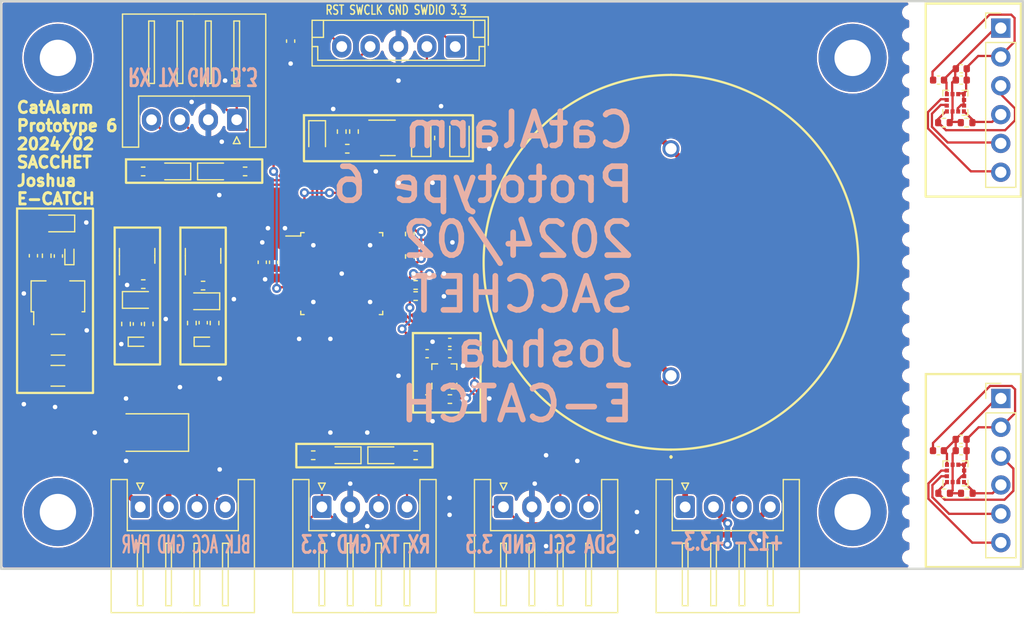
<source format=kicad_pcb>
(kicad_pcb (version 20221018) (generator pcbnew)
  (title_block (comment 4 "AISLER Project ID: RSKURHFA"))
  (layers (0 "F.Cu" signal) (31 "B.Cu" signal) (34 "B.Paste" user) (35 "F.Paste" user) (36 "B.SilkS" user "B.Silkscreen") (37 "F.SilkS" user "F.Silkscreen") (38 "B.Mask" user) (39 "F.Mask" user) (44 "Edge.Cuts" user))
  (net 0 "")
  (net 1 "GND")
  (net 2 "+3.3V")
  (net 3 "/SDA")
  (net 4 "/SCL")
  (net 5 "Net-(D1-K)")
  (net 6 "Net-(D4-K)")
  (net 7 "Net-(U1-VIN)")
  (net 8 "/SWDIO")
  (net 9 "/SWCLK")
  (net 10 "/RESET")
  (net 11 "Net-(D_out2-A)")
  (net 12 "/out")
  (net 16 "/USART2_TX")
  (net 17 "/USART2_RX")
  (net 29 "/USART1_TX")
  (net 30 "/USART1_RX")
  (net 31 "/SCL2")
  (net 32 "/SDA2")
  (net 33 "/INT2")
  (net 34 "/INT1")
  (net 35 "/+12V")
  (net 36 "Net-(Q6-G)")
  (net 37 "Net-(D5-K)")
  (net 38 "/3.3ext")
  (net 39 "/GNDext")
  (net 40 "Net-(Q1-G)")
  (net 41 "Net-(Q4-G)")
  (net 42 "Net-(U1-VOUT)")
  (net 43 "/BAT")
  (net 44 "/acc_in")
  (net 45 "/BLK_in")
  (net 46 "/BLK")
  (net 47 "/acc")
  (net 51 "/SCLext")
  (net 52 "/SDAext")
  (net 53 "/INT2ext")
  (net 54 "/INT1ext")
  (net 55 "/GNDext2")
  (net 56 "/3.3ext2")
  (net 57 "/SCLext2")
  (net 58 "/SDAext2")
  (net 59 "/INT1ext2")
  (net 60 "/INT2ext2")
  (net 62 "Net-(LED1-A)")
  (net 63 "Net-(LED2-A)")
  (net 64 "Net-(LED3-A)")
  (net 65 "Net-(LED4-A)")
  (net 66 "Net-(LED5-A)")
  (net 67 "Net-(LED6-A)")
  (net 68 "Net-(LED7-A)")
  (net 69 "Net-(LED8-A)")
  (footprint "Diode_SMD:D_SOD-323" (layer "F.Cu") (at 62 43.9125 90)
    (fp_text reference "D_out2" hide)
    (fp_text value "D_Schottky" hide)
  )
  (footprint "Capacitor_SMD:C_0402_1005Metric" (layer "F.Cu") (at 109.570485 38.793914 180)
    (fp_text reference "C14" hide)
    (fp_text value "100nF" hide)
  )
  (footprint "PCM_SL_Mechanical:MountingHole_3.2mm_With_Spacer_H10mm" (layer "F.Cu") (at 30 76.84)
    (fp_text reference "H4" hide)
    (fp_text value "M3_Hole_With_Spacer_H10mm" hide)
  )
  (footprint "Resistor_SMD:R_0402_1005Metric" (layer "F.Cu") (at 36.00071 60.275194 90)
    (fp_text reference "R9" hide)
    (fp_text value "10" hide)
  )
  (footprint "LED_SMD:LED_0603_1608Metric" (layer "F.Cu") (at 40.2125 46.84 180)
    (fp_text reference "LED8" hide)
    (fp_text value "LED" hide)
  )
  (footprint "Resistor_SMD:R_0402_1005Metric" (layer "F.Cu") (at 43.798834 60.193379 90)
    (fp_text reference "R5" hide)
    (fp_text value "10k" hide)
  )
  (footprint "Capacitor_SMD:C_0402_1005Metric" (layer "F.Cu") (at 50.5 35.36 90)
    (fp_text reference "C2" hide)
    (fp_text value "100nF" hide)
  )
  (footprint "Connector_JST:JST_XH_S4B-XH-A_1x04_P2.50mm_Horizontal" (layer "F.Cu") (at 37.25 76.39)
    (fp_text reference "CON1" hide)
    (fp_text value "JST_04" hide)
  )
  (footprint "Capacitor_SMD:C_0402_1005Metric" (layer "F.Cu") (at 30.042778 54.289851 -90)
    (fp_text reference "C4" hide)
    (fp_text value "10uF" hide)
  )
  (footprint "Package_LGA:LGA-12_2x2mm_P0.5mm" (layer "F.Cu") (at 109.059394 73.437786 90)
    (fp_text reference "U4" hide)
    (fp_text value "LIS2DW12TR" hide)
  )
  (footprint "LED_SMD:LED_0603_1608Metric" (layer "F.Cu") (at 42.7675 58.275194 180)
    (fp_text reference "LED2" hide)
    (fp_text value "LED" hide)
  )
  (footprint "Capacitor_SMD:C_0402_1005Metric" (layer "F.Cu") (at 64.52 62.8925 180)
    (fp_text reference "C10" hide)
    (fp_text value "100nF" hide)
  )
  (footprint "Capacitor_SMD:C_0402_1005Metric" (layer "F.Cu") (at 37.00071 60.275194 -90)
    (fp_text reference "C5" hide)
    (fp_text value "1nF" hide)
  )
  (footprint "Connector_JST:JST_XH_S4B-XH-A_1x04_P2.50mm_Horizontal" (layer "F.Cu") (at 69.25 76.39)
    (fp_text reference "CON4" hide)
    (fp_text value "JST_04" hide)
  )
  (footprint "Diode_SMD:D_SMA" (layer "F.Cu") (at 38 69.84 180)
    (fp_text reference "D1" hide)
    (fp_text value "SS14" hide)
  )
  (footprint "Capacitor_SMD:C_0402_1005Metric" (layer "F.Cu") (at 49 54.84 -90)
    (fp_text reference "C6" hide)
    (fp_text value "100nF" hide)
  )
  (footprint "Capacitor_SMD:C_0402_1005Metric" (layer "F.Cu") (at 27.843543 54.26596 -90)
    (fp_text reference "C1" hide)
    (fp_text value "100nF" hide)
  )
  (footprint "LED_SMD:LED_0603_1608Metric" (layer "F.Cu") (at 52.83464 43.856641 -90)
    (fp_text reference "LED3" hide)
    (fp_text value "LED" hide)
  )
  (footprint "Resistor_SMD:R_0402_1005Metric" (layer "F.Cu") (at 55.488975 44.841163 180)
    (fp_text reference "R23" hide)
    (fp_text value "10k" hide)
  )
  (footprint "Capacitor_SMD:C_0402_1005Metric" (layer "F.Cu") (at 109.559394 71.437786 180)
    (fp_text reference "C12" hide)
    (fp_text value "100nF" hide)
  )
  (footprint "Capacitor_SMD:C_0402_1005Metric" (layer "F.Cu") (at 48 54.84 -90)
    (fp_text reference "C3" hide)
    (fp_text value "4.7uF" hide)
  )
  (footprint "LED_SMD:LED_0603_1608Metric" (layer "F.Cu") (at 58.7875 71.84)
    (fp_text reference "LED7" hide)
    (fp_text value "LED" hide)
  )
  (footprint "Connector_JST:JST_EH_B5B-EH-A_1x05_P2.50mm_Vertical" (layer "F.Cu") (at 65 35.84 180)
    (fp_text reference "CON2" hide)
    (fp_text value "JST_05" hide)
  )
  (footprint "PCM_SL_Mechanical:MountingHole_3.2mm_With_Spacer_H10mm" (layer "F.Cu") (at 100 36.84)
    (fp_text reference "H1" hide)
    (fp_text value "M3_Hole_With_Spacer_H10mm" hide)
  )
  (footprint "Resistor_SMD:R_0402_1005Metric" (layer "F.Cu") (at 108.059394 75.187786 180)
    (fp_text reference "R19" hide)
    (fp_text value "4.7k" hide)
  )
  (footprint "Connector_PinHeader_2.54mm:PinHeader_1x06_P2.54mm_Vertical" (layer "F.Cu") (at 113.059394 66.837786)
    (fp_text reference "J1" hide)
    (fp_text value "PINHD_1x6_Male" hide)
  )
  (footprint "Resistor_SMD:R_0402_1005Metric" (layer "F.Cu") (at 108.040485 42.543914 180)
    (fp_text reference "R21" hide)
    (fp_text value "4.7k" hide)
  )
  (footprint "Resistor_SMD:R_0402_1005Metric" (layer "F.Cu") (at 41.798834 60.193379 90)
    (fp_text reference "R6" hide)
    (fp_text value "10" hide)
  )
  (footprint "Connector_PinHeader_2.54mm:PinHeader_1x06_P2.54mm_Vertical" (layer "F.Cu") (at 113.050485 34.213914)
    (fp_text reference "J2" hide)
    (fp_text value "PINHD_1x6_Male" hide)
  )
  (footprint "Package_LGA:LGA-12_2x2mm_P0.5mm" (layer "F.Cu") (at 64.04 64.8925 90)
    (fp_text reference "U3" hide)
    (fp_text value "LIS2DW12TR" hide)
  )
  (footprint "Inductor_SMD:L_0402_1005Metric" (layer "F.Cu") (at 32.014635 54.26596 90)
    (fp_text reference "FB1" hide)
    (fp_text value "FerriteBead_Small" hide)
  )
  (footprint "Package_TO_SOT_SMD:SOT-89-3" (layer "F.Cu") (at 30 57.84 90)
    (fp_text reference "U1" hide)
    (fp_text value "HT7533-3 -1-SOT89 " hide)
  )
  (footprint "Resistor_SMD:R_0402_1005Metric" (layer "F.Cu") (at 55 43.329999 90)
    (fp_text reference "R16" hide)
    (fp_text value "10k" hide)
  )
  (footprint "Resistor_SMD:R_0402_1005Metric" (layer "F.Cu") (at 61 54.33 90)
    (fp_text reference "R10" hide)
    (fp_text value "4.7k" hide)
  )
  (footprint "Capacitor_SMD:C_0402_1005Metric" (layer "F.Cu") (at 42.798834 60.163379 -90)
    (fp_text reference "C7" hide)
    (fp_text value "1nF" hide)
  )
  (footprint "Diode_SMD:D_SOD-323" (layer "F.Cu") (at 65.369761 43.9125 90)
    (fp_text reference "D_out3" hide)
    (fp_text value "D_Schottky" hide)
  )
  (footprint "LED_SMD:LED_0603_1608Metric" (layer "F.Cu") (at 37.170288 58.158846)
    (fp_text reference "LED1" hide)
    (fp_text value "LED" hide)
  )
  (footprint "PCM_SL_Mechanical:MountingHole_3.2mm_With_Spacer_H10mm" (layer "F.Cu") (at 100 76.84)
    (fp_text reference "H3" hide)
    (fp_text value "M3_Hole_With_Spacer_H10mm" hide)
  )
  (footprint "Inductor_SMD:L_0402_1005Metric" (layer "F.Cu") (at 42.818158 63.262408 180)
    (fp_text reference "FB3" hide)
    (fp_text value "FerriteBead_Small" hide)
  )
  (footprint "Capacitor_SMD:C_0402_1005Metric" (layer "F.Cu") (at 107.570485 38.793914)
    (fp_text reference "C15" hide)
    (fp_text value "100nF" hide)
  )
  (footprint "Package_TO_SOT_SMD:SOT-23" (layer "F.Cu") (at 42.7875 54.275194 90)
    (fp_text reference "Q1" hide)
    (fp_text value "IRLML6244" hide)
  )
  (footprint "Fuse:Fuse_1206_3216Metric" (layer "F.Cu") (at 30.016861 62.109348 180)
    (fp_text reference "F1" hide)
    (fp_text value " JK-nSMD030/16V" hide)
  )
  (footprint "Resistor_SMD:R_0402_1005Metric" (layer "F.Cu") (at 52.49 71.84)
    (fp_text reference "R17" hide)
    (fp_text value "4.7k" hide)
  )
  (footprint "Connector_JST:JST_XH_S4B-XH-A_1x04_P2.50mm_Horizontal" (layer "F.Cu") (at 53.25 76.39)
    (fp_text reference "CON5" hide)
    (fp_text value "JST_04" hide)
  )
  (footprint "Inductor_SMD:L_0402_1005Metric" (layer "F.Cu") (at 36.978269 63.262408 180)
    (fp_text reference "FB2" hide)
    (fp_text value "FerriteBead_Small" hide)
  )
  (footprint "Capacitor_SMD:C_0402_1005Metric" (layer "F.Cu") (at 109.570485 37.793914 180)
    (fp_text reference "C16" hide)
    (fp_text value "10uF" hide)
  )
  (footprint "Package_TO_SOT_SMD:SOT-23" (layer "F.Cu") (at 36.98 54.275194 90)
    (fp_text reference "Q4" hide)
    (fp_text value "IRLML6244" hide)
  )
  (footprint "Capacitor_SMD:C_0402_1005Metric" (layer "F.Cu") (at 107.559394 71.437786)
    (fp_text reference "C11" hide)
    (fp_text value "100nF" hide)
  )
  (footprint "Resistor_SMD:R_0402_1005Metric" (layer "F.Cu") (at 46.49 46.84 180)
    (fp_text reference "R14" hide)
    (fp_text value "4.7k" hide)
  )
  (footprint "Capacitor_SMD:C_0402_1005Metric" (layer "F.Cu") (at 62.52 62.8925)
    (fp_text reference "C8" hide)
    (fp_text value "100nF" hide)
  )
  (footprint "Resistor_SMD:R_0402_1005Metric" (layer "F.Cu") (at 110.059394 75.187786 180)
    (fp_text reference "R20" hide)
    (fp_text value "4.7k" hide)
  )
  (footprint "Resistor_SMD:R_0402_1005Metric" (layer "F.Cu") (at 61.51 57.82 180)
    (fp_text reference "R12" hide)
    (fp_text value "4.7k" hide)
  )
  (footprint "Diode_SMD:D_SOD-923" (layer "F.Cu") (at 37.0525 61.84)
    (fp_text reference "D4" hide)
    (fp_text value "onsemi ESD9B3.3ST5G " hide)
  )
  (footprint "LED_SMD:LED_0603_1608Metric" (layer "F.Cu") (at 43.7875 46.84)
    (fp_text reference "LED6" hide)
    (fp_text value "LED" hide)
  )
  (footprint "Connector_JST:JST_XH_S4B-XH-A_1x04_P2.50mm_Horizontal" (layer "F.Cu") (at 45.75 42.29 180)
    (fp_text reference "CON6" hide)
    (fp_text value "JST_04" hide)
  )
  (footprint "Package_QFP:LQFP-32_7x7mm_P0.8mm" (layer "F.Cu") (at 55 55.84)
    (fp_text reference "U2" hide)
    (fp_text value "STM32G030K8Tx" hide)
  )
  (footprint "Resistor_SMD:R_0402_1005Metric" (layer "F.Cu") (at 62.55 66.8925 180)
    (fp_text reference "R4" hide)
    (fp_text value "4.7k" hide)
  )
  (footprint "Resistor_SMD:R_0402_1005Metric" (layer "F.Cu") (at 42.7875 56.894911)
    (fp_text reference "R2" hide)
    (fp_text value "10k" hide)
  )
  (footprint "Resistor_SMD:R_0402_1005Metric" (layer "F.Cu") (at 37.520881 56.766489)
    (fp_text reference "R3" hide)
    (fp_text value "10k" hide)
  )
  (footprint "Fuse:Fuse_1206_3216Metric" (layer "F.Cu") (at 30 64.84 180)
    (fp_text reference "F2" hide)
    (fp_text value " JK-nSMD030/16V" hide)
  )
  (footprint "Resistor_SMD:R_0402_1005Metric" (layer "F.Cu") (at 61.51 71.84 180)
    (fp_text reference "R18" hide)
    (fp_text value "4.7k" hide)
  )
  (footprint "Resistor_SMD:R_0402_1005Metric" (layer "F.Cu") (at 29.014635 54.26596 -90)
    (fp_text reference "R1" hide)
    (fp_text value "10k" hide)
  )
  (footprint "Resistor_SMD:R_0402_1005Metric" (layer "F.Cu") (at 61.51 56.84)
    (fp_text reference "R13" hide)
    (fp_text value "4.7k" hide)
  )
  (footprint "Resistor_SMD:R_0402_1005Metric" (layer "F.Cu") (at 61 52.35 90)
    (fp_text reference "R11" hide)
    (fp_text value "4.7k" hide)
  )
  (footprint "PCM_SL_Mechanical:MountingHole_3.2mm_With_Spacer_H10mm" (layer "F.Cu") (at 30 36.84)
    (fp_text reference "H2" hide)
    (fp_text value "M3_Hole_With_Spacer_H10mm" hide)
  )
  (footprint "Package_TO_SOT_SMD:SOT-23" (layer "F.Cu") (at 59.0625 43.88346)
    (fp_text reference "Q6" hide)
    (fp_text value "IRLML6244" hide)
  )
  (footprint "Resistor_SMD:R_0402_1005Metric" (layer "F.Cu") (at 56.079706 43.32711 90)
    (fp_text reference "R24" hide)
    (fp_text value "10" hide)
  )
  (footprint "Resistor_SMD:R_0402_1005Metric" (layer "F.Cu") (at 63.567562 43.89 90)
    (fp_text reference "R25" hide)
    (fp_text value "10k" hide)
  )
  (footprint "Diode_SMD:D_SOD-923" (layer "F.Cu") (at 31.014635 54.19346 90)
    (fp_text reference "D6" hide)
    (fp_text value "onsemi ESD9B3.3ST5G " hide)
  )
  (footprint "Resistor_SMD:R_0402_1005Metric" (layer "F.Cu") (at 37.51 46.84)
    (fp_text reference "R15" hide)
    (fp_text value "4.7k" hide)
  )
  (footprint "Connector_JST:JST_XH_S4B-XH-A_1x04_P2.50mm_Horizontal" (layer "F.Cu") (at 85.25 76.39)
    (fp_text reference "CON3" hide)
    (fp_text value "JST_04" hide)
  )
  (footprint "LED_SMD:LED_0603_1608Metric" (layer "F.Cu") (at 55.2125 71.84 180)
    (fp_text reference "LED5" hide)
    (fp_text value "LED" hide)
  )
  (footprint "LED_SMD:LED_0603_1608Metric" (layer "F.Cu") (at 29.993851 51.421513 180)
    (fp_text reference "LED4" hide)
    (fp_text value "LED" hide)
  )
  (footprint "Resistor_SMD:R_0402_1005Metric" (layer "F.Cu") (at 38.00071 60.275194 90)
    (fp_text reference "R8" hide)
    (fp_text value "10k" hide)
  )
  (footprint "Capacitor_SMD:C_0402_1005Metric" (layer "F.Cu") (at 109.559394 70.437786 180)
    (fp_text reference "C13" hide)
    (fp_text value "10uF" hide)
  )
  (footprint "Package_LGA:LGA-12_2x2mm_P0.5mm" (layer "F.Cu") (at 109.050485 40.793914 90)
    (fp_text reference "U5" hide)
    (fp_text value "LIS2DW12TR" hide)
  )
  (footprint "SamacSys_Parts:PS953Q" (layer "F.Cu") (at 84 64.84 90)
    (fp_text reference "LS1" hide)
    (fp_text value "PS-953Q" hide)
  )
  (footprint "Resistor_SMD:R_0402_1005Metric" (layer "F.Cu") (at 110.040485 42.543914 180)
    (fp_text reference "R22" hide)
    (fp_text value "4.7k" hide)
  )
  (footprint "Diode_SMD:D_SOD-923" (layer "F.Cu") (at 42.86 61.84)
    (fp_text reference "D5" hide)
    (fp_text value "onsemi ESD9B3.3ST5G " hide)
  )
  (footprint "Capacitor_SMD:C_0402_1005Metric" (layer "F.Cu") (at 64.52 61.8925 180)
    (fp_text reference "C9" hide)
    (fp_text value "10uF" hide)
  )
  (footprint "Resistor_SMD:R_0402_1005Metric" (layer "F.Cu") (at 64.53 66.8925 180)
    (fp_text reference "R7" hide)
    (fp_text value "4.7k" hide)
  )
  (gr_rect (start 35.00071 51.785194) (end 39.00071 63.84) (stroke (width 0.2)) (fill none) (layer "F.SilkS"))
  (gr_rect (start 40.7875 51.785194) (end 44.7875 63.84) (stroke (width 0.2)) (fill none) (layer "F.SilkS"))
  (gr_rect (start 61.270603 61.076826) (end 67.230603 68.076826) (stroke (width 0.2)) (fill none) (layer "F.SilkS"))
  (gr_rect (start 36 45.77595) (end 48 47.84) (stroke (width 0.2)) (fill none) (layer "F.SilkS"))
  (gr_rect (start 51 70.84) (end 63 72.90405) (stroke (width 0.2)) (fill none) (layer "F.SilkS"))
  (gr_rect (start 106.440485 32.056414) (end 114.820485 49.056414) (stroke (width 0.2)) (fill none) (layer "F.SilkS"))
  (gr_rect (start 51.672673 41.89) (end 66.557717 45.94017) (stroke (width 0.2)) (fill none) (layer "F.SilkS"))
  (gr_rect (start 106.449394 64.687786) (end 114.829394 81.687786) (stroke (width 0.2)) (fill none) (layer "F.SilkS"))
  (gr_rect (start 26.405422 50.107119) (end 33.091902 66.349896) (stroke (width 0.2)) (fill none) (layer "F.SilkS"))
  (gr_rect (start 25 31.84) (end 115 81.84) (stroke (width 0.2)) (fill none) (layer "Edge.Cuts"))
  (gr_text "BLK ACC GND PWR" (at 35.5 80.59) (layer "B.SilkS") (effects (font (size 1.5 0.8) (thickness 0.2) bold) (justify right bottom mirror)))
  (gr_text "CatAlarm\nPrototype 6\n2024/02\nSACCHET\nJoshua\nE-CATCH" (at 81 69.09) (layer "B.SilkS") (effects (font (size 3 3) (thickness 0.5) bold) (justify left bottom mirror)))
  (gr_text "RX TX GND 3.3" (at 51.25 80.59) (layer "B.SilkS") (effects (font (size 1.5 1) (thickness 0.25) bold) (justify right bottom mirror)))
  (gr_text "SDA SCL GND 3.3" (at 65.75 80.59) (layer "B.SilkS") (effects (font (size 1.5 1) (thickness 0.25) bold) (justify right bottom mirror)))
  (gr_text "RX TX GND 3.3" (at 47.75 37.59 180) (layer "B.SilkS") (effects (font (size 1.5 1) (thickness 0.25) bold) (justify right bottom mirror)))
  (gr_text "+12- +3.3-" (at 83.75 80.34) (layer "B.SilkS") (effects (font (size 1.5 1) (thickness 0.25) bold) (justify right bottom mirror)))
  (gr_text "RST SWCLK GND SWDIO 3.3" (at 53.5 33.09) (layer "F.SilkS") (effects (font (size 0.8 0.6) (thickness 0.125) bold) (justify left bottom)))
  (gr_text "CatAlarm\nPrototype 6\n2024/02\nSACCHET\nJoshua\nE-CATCH" (at 26.25 49.84) (layer "F.SilkS") (effects (font (size 1 1) (thickness 0.25) bold) (justify left bottom)))
  (segment (start 37.00071 59.795194) (end 37.97071 59.795194) (width 0.2) (layer "F.Cu") (net 1))
  (segment (start 64.79 63.1025) (end 65 62.8925) (width 0.2) (layer "F.Cu") (net 1))
  (segment (start 64.79 64.13) (end 64.79 63.1025) (width 0.2) (layer "F.Cu") (net 1))
  (segment (start 64.79 64.13) (end 64.79 64.63) (width 0.2) (layer "F.Cu") (net 1))
  (segment (start 37.97071 59.795194) (end 38.00071 59.765194) (width 0.2) (layer "F.Cu") (net 1))
  (segment (start 36.382788 58.158846) (end 36.382788 59.177272) (width 0.2) (layer "F.Cu") (net 1))
  (segment (start 36.382788 59.177272) (end 37.00071 59.795194) (width 0.2) (layer "F.Cu") (net 1))
  (segment (start 64.79 64.63) (end 64.8025 64.6425) (width 0.2) (layer "F.Cu") (net 1))
  (segment (start 64.79 64.13) (end 64.29 64.13) (width 0.2) (layer "F.Cu") (net 1))
  (segment (start 64.8025 64.6425) (end 64.8025 65.1425) (width 0.2) (layer "F.Cu") (net 1))
  (segment (start 64.29 65.368236) (end 64.515736 65.1425) (width 0.2) (layer "F.Cu") (net 1))
  (segment (start 64.29 65.655) (end 64.29 65.368236) (width 0.2) (layer "F.Cu") (net 1))
  (segment (start 31.002135 53.78596) (end 31.014635 53.77346) (width 0.2) (layer "F.Cu") (net 1))
  (segment (start 64.515736 65.1425) (end 64.8025 65.1425) (width 0.2) (layer "F.Cu") (net 1))
  (via (at 75.75 72.34) (size 0.8) (drill 0.4) (layers "F.Cu" "B.Cu") (net 1))
  (via (at 36 72.34) (size 0.8) (drill 0.4) (layers "F.Cu" "B.Cu") (net 1))
  (via (at 72 74.34) (size 0.8) (drill 0.4) (layers "F.Cu" "B.Cu") (net 1))
  (via (at 27 57.59) (size 0.8) (drill 0.4) (layers "F.Cu" "B.Cu") (net 1))
  (via (at 41.779626 40.7181) (size 0.8) (drill 0.4) (layers "F.Cu" "B.Cu") (net 1))
  (via (at 57.25 69.84) (size 0.8) (drill 0.4) (layers "F.Cu" "B.Cu") (net 1))
  (via (at 63.75 41.09) (size 0.8) (drill 0.4) (layers "F.Cu" "B.Cu") (net 1))
  (via (at 48.25 56.34) (size 0.8) (drill 0.4) (layers "F.Cu" "B.Cu") (net 1))
  (via (at 64.75 53.09) (size 0.8) (drill 0.4) (layers "F.Cu" "B.Cu") (net 1))
  (via (at 32.540082 60.84) (size 0.8) (drill 0.4) (layers "F.Cu" "B.Cu") (net 1))
  (via (at 52.5 53.34) (size 0.8) (drill 0.4) (layers "F.Cu" "B.Cu") (net 1))
  (via (at 65.679457 63.961899) (size 0.8) (drill 0.4) (layers "F.Cu" "B.Cu") (net 1))
  (via (at 45.5 58.09) (size 0.8) (drill 0.4) (layers "F.Cu" "B.Cu") (net 1))
  (via (at 91.75 79.34) (size 0.8) (drill 0.4) (layers "F.Cu" "B.Cu") (net 1))
  (via (at 48.5 51.84) (size 0.8) (drill 0.4) (layers "F.Cu" "B.Cu") (net 1))
  (via (at 54.25 41.34) (size 0.8) (drill 0.4) (layers "F.Cu" "B.Cu") (net 1))
  (via (at 55 55.84) (size 0.8) (drill 0.4) (layers "F.Cu" "B.Cu") (net 1))
  (via (at 32.5 51.34) (size 0.8) (drill 0.4) (layers "F.Cu" "B.Cu") (net 1))
  (via (at 73 79.84) (size 0.8) (drill 0.4) (layers "F.Cu" "B.Cu") (net 1))
  (via (at 29.75 67.59) (size 0.8) (drill 0.4) (layers "F.Cu" "B.Cu") (net 1))
  (via (at 73 71.84) (size 0.8) (drill 0.4) (layers "F.Cu" "B.Cu") (net 1))
  (via (at 57.25 78.09) (size 0.8) (drill 0.4) (layers "F.Cu" "B.Cu") (net 1))
  (via (at 44.25 73.09) (size 0.8) (drill 0.4) (layers "F.Cu" "B.Cu") (net 1))
  (via (at 81 76.84) (size 0.8) (drill 0.4) (layers "F.Cu" "B.Cu") (net 1))
  (via (at 68 66.84) (size 0.8) (drill 0.4) (layers "F.Cu" "B.Cu") (net 1))
  (via (at 57.5 58.34) (size 0.8) (drill 0.4) (layers "F.Cu" "B.Cu") (net 1))
  (via (at 44.724613 38.84) (size 0.8) (drill 0.4) (layers "F.Cu" "B.Cu") (net 1))
  (via (at 55.75 74.34) (size 0.8) (drill 0.4) (layers "F.Cu" "B.Cu") (net 1))
  (via (at 50.5 37.34) (size 0.8) (drill 0.4) (layers "F.Cu" "B.Cu") (net 1))
  (via (at 27 67.34) (size 0.8) (drill 0.4) (layers "F.Cu" "B.Cu") (net 1))
  (via (at 60 47.84) (size 0.8) (drill 0.4) (layers "F.Cu" "B.Cu") (net 1))
  (via (at 64 57.84) (size 0.8) (drill 0.4) (layers "F.Cu" "B.Cu") (net 1))
  (via (at 48 53.09) (size 0.8) (drill 0.4) (layers "F.Cu" "B.Cu") (net 1))
  (via (at 51.25 61.59) (size 0.8) (drill 0.4) (layers "F.Cu" "B.Cu") (net 1))
  (via (at 44.25 65.09) (size 0.8) (drill 0.4) (layers "F.Cu" "B.Cu") (net 1))
  (via (at 39.5 59.84) (size 0.8) (drill 0.4) (layers "F.Cu" "B.Cu") (net 1))
  (via (at 33.25 69.84) (size 0.8) (drill 0.4) (layers "F.Cu" "B.Cu") (net 1))
  (via (at 64.5 77.09) (size 0.8) (drill 0.4) (layers "F.Cu" "B.Cu") (net 1))
  (via (at 63 68.84) (size 0.8) (drill 0.4) (layers "F.Cu" "B.Cu") (net 1))
  (via (at 44.434121 44.224036) (size 0.8) (drill 0.4) (layers "F.Cu" "B.Cu") (net 1))
  (via (at 54 61.59) (size 0.8) (drill 0.4) (layers "F.Cu" "B.Cu") (net 1))
  (via (at 64 55.84) (size 0.8) (drill 0.4) (layers "F.Cu" "B.Cu") (net 1))
  (via (at 60 38.84) (size 0.8) (drill 0.4) (layers "F.Cu" "B.Cu") (net 1))
  (via (at 81 78.59) (size 0.8) (drill 0.4) (layers "F.Cu" "B.Cu") (net 1))
  (via (at 63 47.84) (size 0.8) (drill 0.4) (layers "F.Cu" "B.Cu") (net 1))
  (via (at 60 64.84) (size 0.8) (drill 0.4) (layers "F.Cu" "B.Cu") (net 1))
  (via (at 36 66.84) (size 0.8) (drill 0.4) (layers "F.Cu" "B.Cu") (net 1))
  (via (at 52.5 58.34) (size 0.8) (drill 0.4) (layers "F.Cu" "B.Cu") (net 1))
  (via (at 44.213748 48.921991) (size 0.8) (drill 0.4) (layers "F.Cu" "B.Cu") (net 1))
  (via (at 63 61.84) (size 0.8) (drill 0.4) (layers "F.Cu" "B.Cu") (net 1))
  (via (at 64.5 75.59) (size 0.8) (drill 0.4) (layers "F.Cu" "B.Cu") (net 1))
  (via (at 35.584236 62.047317) (size 0.8) (drill 0.4) (layers "F.Cu" "B.Cu") (net 1))
  (via (at 36.09509 56.84) (size 0.8) (drill 0.4) (layers "F.Cu" "B.Cu") (net 1))
  (via (at 54 69.84) (size 0.8) (drill 0.4) (layers "F.Cu" "B.Cu") (net 1))
  (via (at 50 51.84) (size 0.8) (drill 0.4) (layers "F.Cu" "B.Cu") (net 1))
  (via (at 58 46.84) (size 0.8) (drill 0.4) (layers "F.Cu" "B.Cu") (net 1))
  (via (at 54.25 78.84) (size 0.8) (drill 0.4) (layers "F.Cu" "B.Cu") (net 1))
  (via (at 40.75 65.84) (size 0.8) (drill 0.4) (layers "F.Cu" "B.Cu") (net 1))
  (via (at 57.5 53.34) (size 0.8) (drill 0.4) (layers "F.Cu" "B.Cu") (net 1))
  (via (at 68 44.84) (size 0.8) (drill 0.4) (layers "F.Cu" "B.Cu") (net 1))
  (segment (start 41 64.84) (end 41.85 65.69) (width 0.2) (layer "F.Cu") (net 2))
  (segment (start 62.497455 33.337455) (end 65 35.84) (width 0.2) (layer "F.Cu") (net 2))
  (segment (start 34 63.626091) (end 35.213909 64.84) (width 0.2) (layer "F.Cu") (net 2))
  (segment (start 65.998468 61.2825) (end 64.65 61.2825) (width 0.2) (layer "F.Cu") (net 2))
  (segment (start 47.541828 55.32) (end 48 55.32) (width 0.5) (layer "F.Cu") (net 2))
  (segment (start 40.998303 75.572881) (end 40.998303 77.022001) (width 0.2) (layer "F.Cu") (net 2))
  (segment (start 66.339554 64.967145) (end 66.339554 61.623586) (width 0.2) (layer "F.Cu") (net 2))
  (segment (start 55.7 78.84) (end 53.25 76.39) (width 0.2) (layer "F.Cu") (net 2))
  (segment (start 31.182135 54.61346) (end 32.014635 53.78096) (width 0.2) (layer "F.Cu") (net 2))
  (segment (start 61 46.84) (end 61 45.9625) (width 0.2) (layer "F.Cu") (net 2))
  (segment (start 34 53.329134) (end 34 63.626091) (width 0.2) (layer "F.Cu") (net 2))
  (segment (start 62.02 67.9325) (end 63.06 66.8925) (width 0.2) (layer "F.Cu") (net 2))
  (segment (start 66 67.84) (end 66.7 67.14) (width 0.2) (layer "F.Cu") (net 2))
  (segment (start 63.79 66.6625) (end 63.79 65.655) (width 0.2) (layer "F.Cu") (net 2))
  (segment (start 62 44.9625) (end 63.005062 44.9625) (width 0.2) (layer "F.Cu") (net 2))
  (segment (start 62.02 55.54955) (end 62.02 58.6525) (width 0.2) (layer "F.Cu") (net 2))
  (segment (start 37.974547 39.84) (end 43.3 39.84) (width 0.2) (layer "F.Cu") (net 2))
  (segment (start 62.02 58.6525) (end 64.65 61.2825) (width 0.2) (layer "F.Cu") (net 2))
  (segment (start 34.512809 53.329134) (end 36.97144 53.329134) (width 0.5) (layer "F.Cu") (net 2))
  (segment (start 61 51.84) (end 61 46.84) (width 0.2) (layer "F.Cu") (net 2))
  (segment (start 62.57 76.39) (end 62.57 73.468246) (width 0.2) (layer "F.Cu") (net 2))
  (segment (start 42.7875 53.337694) (end 45.559522 53.337694) (width 0.5) (layer "F.Cu") (net 2))
  (segment (start 66.7 66.52305) (end 66.0495 65.87255) (width 0.2) (layer "F.Cu") (net 2))
  (segment (start 64.02 66.8925) (end 63.79 66.6625) (width 0.2) (layer "F.Cu") (net 2))
  (segment (start 69.25 76.39) (end 62.57 76.39) (width 0.2) (layer "F.Cu") (net 2))
  (segment (start 49.12 55.44) (end 49 55.32) (width 0.5) (layer "F.Cu") (net 2))
  (segment (start 41.85 65.69) (end 41.85 74.721184) (width 0.2) (layer "F.Cu") (net 2))
  (segment (start 63 63.84) (end 63.29 64.13) (width 0.2) (layer "F.Cu") (net 2))
  (segment (start 36.97144 53.329134) (end 36.98 53.337694) (width 0.5) (layer "F.Cu") (net 2))
  (segment (start 61.641 52.1605) (end 61.3205 51.84) (width 0.2) (layer "F.Cu") (net 2))
  (segment (start 45.75 37.09) (end 49.502545 33.337455) (width 0.2) (layer "F.Cu") (net 2))
  (segment (start 70.7 77.84) (end 83.607232 77.84) (width 0.2) (layer "F.Cu") (net 2))
  (segment (start 37 53.317694) (end 36.98 53.337694) (width 0.2) (layer "F.Cu") (net 2))
  (segment (start 61.31045 54.84) (end 62.02 55.54955) (width 0.2) (layer "F.Cu") (net 2))
  (segment (start 36 41.814547) (end 37.974547 39.84) (width 0.2) (layer "F.Cu") (net 2))
  (segment (start 34.512809 53.329134) (end 32.466461 53.329134) (width 0.5) (layer "F.Cu") (net 2))
  (segment (start 62.02 71.84) (end 62.02 67.9325) (width 0.2) (layer "F.Cu") (net 2))
  (segment (start 45.559522 53.337694) (end 47.541828 55.32) (width 0.5) (layer "F.Cu") (net 2))
  (segment (start 45.75 42.29) (end 45.75 37.09) (width 0.2) (layer "F.Cu") (net 2))
  (segment (start 47 46.84) (end 47 43.54) (width 0.2) (layer "F.Cu") (net 2))
  (segment (start 31.014635 54.61346) (end 31.182135 54.61346) (width 0.2) (layer "F.Cu") (net 2))
  (segment (start 34.512809 53.329134) (end 34 53.329134) (width 0.2) (layer "F.Cu") (net 2))
  (segment (start 64 61.8925) (end 63 62.8925) (width 0.2) (layer "F.Cu") (net 2))
  (segment (start 64.04 61.8925) (end 64.04 62.8925) (width 0.2) (layer "F.Cu") (net 2))
  (segment (start 36.98 53.337694) (end 42.7875 53.337694) (width 0.5) (layer "F.Cu") (net 2))
  (segment (start 51.876744 77.763256) (end 53.25 76.39) (width 0.2) (layer "F.Cu") (net 2))
  (segment (start 83.607232 77.84) (end 85.456732 79.6895) (width 0.2) (layer "F.Cu") (net 2))
  (segment (start 62.57 73.468246) (end 62.02 72.918246) (width 0.2) (layer "F.Cu") (net 2))
  (segment (start 53.25 73.11) (end 51.98 71.84) (width 0.2) (layer "F.Cu") (net 2))
  (segment (start 89 77.84) (end 87.75 76.59) (width 0.5) (layer "F.Cu") (net 2))
  (segment (start 66.0495 65.257199) (end 66.339554 64.967145) (width 0.2) (layer "F.Cu") (net 2))
  (segment (start 29.014635 54.77596) (end 29.069635 54.83096) (width 0.2) (layer "F.Cu") (net 2))
  (segment (start 66.339554 61.623586) (end 65.998468 61.2825) (width 0.2) (layer "F.Cu") (net 2))
  (segment (start 41.739558 77.763256) (end 51.876744 77.763256) (width 0.2) (layer "F.Cu") (net 2))
  (segment (start 61 54.84) (end 61.31045 54.84) (width 0.2) (layer "F.Cu") (net 2))
  (segment (start 87.75 76.59) (end 87.75 76.39) (width 0.5) (layer "F.Cu") (net 2))
  (segment (start 63.79 63.1425) (end 63.79 64.13) (width 0.2) (layer "F.Cu") (net 2))
  (segment (start 61.3205 51.84) (end 61 51.84) (width 0.2) (layer "F.Cu") (net 2))
  (segment (start 64.04 62.8925) (end 63.79 63.1425) (width 0.2) (layer "F.Cu") (net 2))
  (segment (start 29.069635 54.83096) (end 30.797135 54.83096) (width 0.2) (layer "F.Cu") (net 2))
  (segment (start 62 52.1605) (end 61.641 52.1605) (width 0.2) (layer "F.Cu") (net 2))
  (segment (start 37 46.84) (end 36 45.84) (width 0.2) (layer "F.Cu") (net 2))
  (segment (start 41.85 74.721184) (end 40.998303 75.572881) (width 0.2) (layer "F.Cu") (net 2))
  (segment (start 62.57 77.295453) (end 61.025453 78.84) (width 0.2) (layer "F.Cu") (net 2))
  (segment (start 64.02 66.8925) (end 63.06 66.8925) (width 0.2) (layer "F.Cu") (net 2))
  (segment (start 66.0495 65.87255) (end 66.0495 65.257199) (width 0.2) (layer "F.Cu") (net 2))
  (segment (start 35.213909 64.84) (end 41 64.84) (width 0.2) (layer "F.Cu") (net 2))
  (segment (start 53.25 76.39) (end 53.25 73.11) (width 0.2) (layer "F.Cu") (net 2))
  (segment (start 49.502545 33.337455) (end 62.497455 33.337455) (width 0.2) (layer "F.Cu") (net 2))
  (segment (start 40.998303 77.022001) (end 41.739558 77.763256) (width 0.2) (layer "F.Cu") (net 2))
  (segment (start 64.02 66.8925) (end 64.9675 67.84) (width 0.2) (layer "F.Cu") (net 2))
  (segment (start 30.797135 54.83096) (end 31.014635 54.61346) (width 0.2) (layer "F.Cu") (net 2))
  (segment (start 66.7 67.14) (end 66.7 66.52305) (width 0.2) (layer "F.Cu") (net 2))
  (segment (start 64.9675 67.84) (end 66 67.84) (width 0.2) (layer "F.Cu") (net 2))
  (segment (start 62.57 76.39) (end 62.57 77.295453) (width 0.2) (layer "F.Cu") (net 2))
  (segment (start 69.25 76.39) (end 70.7 77.84) (width 0.2) (layer "F.Cu") (net 2))
  (segment (start 62.02 72.918246) (end 62.02 71.84) (width 0.2) (layer "F.Cu") (net 2))
  (segment (start 43.3 39.84) (end 45.75 42.29) (width 0.2) (layer "F.Cu") (net 2))
  (segment (start 49 55.32) (end 48 55.32) (width 0.5) (layer "F.Cu") (net 2))
  (segment (start 32.466461 53.329134) (end 32.014635 53.78096) (width 0.5) (layer "F.Cu") (net 2))
  (segment (start 36 45.84) (end 36 41.814547) (width 0.2) (layer "F.Cu") (net 2))
  (segment (start 61 45.9625) (end 62 44.9625) (width 0.2) (layer "F.Cu") (net 2))
  (segment (start 61.6795 54.84) (end 62 54.5195) (width 0.2) (layer "F.Cu") (net 2))
  (segment (start 61 54.84) (end 61.6795 54.84) (width 0.2) (layer "F.Cu") (net 2))
  (segment (start 47 43.54) (end 45.75 42.29) (width 0.2) (layer "F.Cu") (net 2))
  (segment (start 63.005062 44.9625) (end 63.567562 44.4) (width 0.2) (layer "F.Cu") (net 2))
  (segment (start 63 62.8925) (end 63 63.84) (width 0.2) (layer "F.Cu") (net 2))
  (segment (start 64.65 61.2825) (end 64.04 61.8925) (width 0.2) (layer "F.Cu") (net 2))
  (segment (start 85.456732 79.6895) (end 88.971565 79.6895) (width 0.2) (layer "F.Cu") (net 2))
  (segment (start 50.825 55.44) (end 49.12 55.44) (width 0.5) (layer "F.Cu") (net 2))
  (segment (start 37 46.84) (end 37 53.317694) (width 0.2) (layer "F.Cu") (net 2))
  (segment (start 61.025453 78.84) (end 55.7 78.84) (width 0.2) (layer "F.Cu") (net 2))
  (via (at 88.971565 79.6895) (size 0.8) (drill 0.4) (layers "F.Cu" "B.Cu") (net 2))
  (via (at 62 52.1605) (size 0.8) (drill 0.4) (layers "F.Cu" "B.Cu") (net 2))
  (via (at 62 54.5195) (size 0.8) (drill 0.4) (layers "F.Cu" "B.Cu") (net 2))
  (via (at 89 77.84) (size 0.8) (drill 0.4) (layers "F.Cu" "B.Cu") (net 2))
  (segment (start 89 77.84) (end 88.971565 77.868435) (width 0.5) (layer "B.Cu") (net 2))
  (segment (start 62 54.5195) (end 62 52.1605) (width 0.2) (layer "B.Cu") (net 2))
  (segment (start 88.971565 77.868435) (end 88.971565 79.6895) (width 0.5) (layer "B.Cu") (net 2))
  (segment (start 61 56.71396) (end 61 56.84) (width 0.2) (layer "F.Cu") (net 3))
  (segment (start 66.689554 59.529554) (end 66.689554 65.516492) (width 0.2) (layer "F.Cu") (net 3))
  (segment (start 61 56.1605) (end 61.3205 55.84) (width 0.2) (layer "F.Cu") (net 3))
  (segment (start 61 56.84) (end 61 56.1605) (width 0.2) (layer "F.Cu") (net 3))
  (segment (start 66.689554 65.516492) (end 66.6995 65.526438) (width 0.2) (layer "F.Cu") (net 3))
  (segment (start 65.04 66.8925) (end 65.04 65.905) (width 0.2) (layer "F.Cu") (net 3))
  (segment (start 59.175 55.44) (end 59.72604 55.44) (width 0.2) (layer "F.Cu") (net 3))
  (segment (start 63 55.84) (end 66.689554 59.529554) (width 0.2) (layer "F.Cu") (net 3))
  (segment (start 62.7195 55.84) (end 63 55.84) (width 0.2) (layer "F.Cu") (net 3))
  (segment (start 66 66.813) (end 65.1195 66.813) (width 0.2) (layer "F.Cu") (net 3))
  (segment (start 65.04 65.905) (end 64.79 65.655) (width 0.2) (layer "F.Cu") (net 3))
  (segment (start 65.1195 66.813) (end 65.04 66.8925) (width 0.2) (layer "F.Cu") (net 3))
  (segment (start 59.72604 55.44) (end 61 56.71396) (width 0.2) (layer "F.Cu") (net 3))
  (via (at 66.6995 65.526438) (size 0.8) (drill 0.4) (layers "F.Cu" "B.Cu") (net 3))
  (via (at 62.7195 55.84) (size 0.8) (drill 0.4) (layers "F.Cu" "B.Cu") (net 3))
  (via (at 61.3205 55.84) (size 0.8) (drill 0.4) (layers "F.Cu" "B.Cu") (net 3))
  (via (at 66 66.813) (size 0.8) (drill 0.4) (layers "F.Cu" "B.Cu") (net 3))
  (segment (start 66.6995 66.1135) (end 66 66.813) (width 0.2) (layer "B.Cu") (net 3))
  (segment (start 61.3205 55.84) (end 62.7195 55.84) (width 0.2) (layer "B.Cu") (net 3))
  (segment (start 66.6995 65.526438) (end 66.6995 66.1135) (width 0.2) (layer "B.Cu") (net 3))
  (segment (start 60.66 63.576127) (end 62.04 64.956127) (width 0.2) (layer "F.Cu") (net 4))
  (segment (start 62.04 66.8925) (end 62.0525 66.8925) (width 0.2) (layer "F.Cu") (net 4))
  (segment (start 60.66 61.05493) (end 60.66 63.576127) (width 0.2) (layer "F.Cu") (net 4))
  (segment (start 60.22 57.04) (end 61 57.82) (width 0.2) (layer "F.Cu") (net 4))
  (segment (start 62.04 64.956127) (end 62.04 66.8925) (width 0.2) (layer "F.Cu") (net 4))
  (segment (start 60.314368 60.709298) (end 60.66 61.05493) (width 0.2) (layer "F.Cu") (net 4))
  (segment (start 61 57.82) (end 61 58.84) (width 0.2) (layer "F.Cu") (net 4))
  (segment (start 59.175 57.04) (end 60.22 57.04) (width 0.2) (layer "F.Cu") (net 4))
  (segment (start 62.0525 66.8925) (end 63.29 65.655) (width 0.2) (layer "F.Cu") (net 4))
  (via (at 61 58.84) (size 0.8) (drill 0.4) (layers "F.Cu" "B.Cu") (net 4))
  (via (at 60.314368 60.709298) (size 0.8) (drill 0.4) (layers "F.Cu" "B.Cu") (net 4))
  (segment (start 60.314368 60.709298) (end 61 60.023666) (width 0.2) (layer "B.Cu") (net 4))
  (segment (start 61 60.023666) (end 61 58.84) (width 0.2) (layer "B.Cu") (net 4))
  (segment (start 39.75 76.39) (end 39.75 70.09) (width 0.5) (layer "F.Cu") (net 5))
  (segment (start 39.75 70.09) (end 40 69.84) (width 0.5) (layer "F.Cu") (net 5))
  (segment (start 36.495 61.9775) (end 36.6325 61.84) (width 0.2) (layer "F.Cu") (net 6))
  (segment (start 36.493269 63.262408) (end 36.493269 62.841731) (width 0.2) (layer "F.Cu") (net 6))
  (segment (start 36.03071 60.755194) (end 36.00071 60.785194) (width 0.2) (layer "F.Cu") (net 6))
  (segment (start 37.00071 60.755194) (end 37.97071 60.755194) (width 0.2) (layer "F.Cu") (net 6))
  (segment (start 36.6325 61.84) (end 36.6325 61.123404) (width 0.2) (layer "F.Cu") (net 6))
  (segment (start 37.00071 60.755194) (end 36.03071 60.755194) (width 0.2) (layer "F.Cu") (net 6))
  (segment (start 37.97071 60.755194) (end 38.00071 60.785194) (width 0.2) (layer "F.Cu") (net 6))
  (segment (start 36.6325 61.123404) (end 37.00071 60.755194) (width 0.2) (layer "F.Cu") (net 6))
  (segment (start 36.495 62.84) (end 36.495 61.9775) (width 0.2) (layer "F.Cu") (net 6))
  (segment (start 36.493269 62.841731) (end 36.495 62.84) (width 0.2) (layer "F.Cu") (net 6))
  (segment (start 30 57.84) (end 30 59.7025) (width 0.5) (layer "F.Cu") (net 7))
  (segment (start 28.616861 62.109348) (end 30 60.726209) (width 0.5) (layer "F.Cu") (net 7))
  (segment (start 27.843543 54.74596) (end 27.843543 55.683543) (width 0.5) (layer "F.Cu") (net 7))
  (segment (start 30 60.726209) (end 30 59.7025) (width 0.5) (layer "F.Cu") (net 7))
  (segment (start 27.843543 55.683543) (end 30 57.84) (width 0.5) (layer "F.Cu") (net 7))
  (segment (start 58.869196 44.126552) (end 58.869196 43.56316) (width 0.2) (layer "F.Cu") (net 8))
  (segment (start 59.175 53.04) (end 59.176833 53.038167) (width 0.2) (layer "F.Cu") (net 8))
  (segment (start 58.869196 43.56316) (end 62.5 39.932356) (width 0.2) (layer "F.Cu") (net 8))
  (segment (start 59.176833 44.434189) (end 58.869196 44.126552) (width 0.2) (layer "F.Cu") (net 8))
  (segment (start 62.5 39.932356) (end 62.5 35.84) (width 0.2) (layer "F.Cu") (net 8))
  (segment (start 59.176833 53.038167) (end 59.176833 44.434189) (width 0.2) (layer "F.Cu") (net 8))
  (segment (start 53.225 49.774314) (end 53.225 47.900267) (width 0.2) (layer "F.Cu") (net 9))
  (segment (start 57.30104 50.615) (end 54.065686 50.615) (width 0.2) (layer "F.Cu") (net 9))
  (segment (start 51 45.675267) (end 51 42.34) (width 0.2) (layer "F.Cu") (net 9))
  (segment (start 51 42.34) (end 57.5 35.84) (width 0.2) (layer "F.Cu") (net 9))
  (segment (start 57.8 51.665) (end 57.8 51.11396) (width 0.2) (layer "F.Cu") (net 9))
  (segment (start 57.8 51.11396) (end 57.30104 50.615) (width 0.2) (layer "F.Cu") (net 9))
  (segment (start 53.225 47.900267) (end 51 45.675267) (width 0.2) (layer "F.Cu") (net 9))
  (segment (start 54.065686 50.615) (end 53.225 49.774314) (width 0.2) (layer "F.Cu") (net 9))
  (segment (start 49.376046 57.04) (end 50.825 57.04) (width 0.2) (layer "F.Cu") (net 10))
  (segment (start 49 46.84) (end 49 36.38) (width 0.2) (layer "F.Cu") (net 10))
  (segment (start 50.5 34.88) (end 54.04 34.88) (width 0.2) (layer "F.Cu") (net 10))
  (segment (start 49 36.38) (end 50.5 34.88) (width 0.2) (layer "F.Cu") (net 10))
  (segment (start 49.275546 57.1405) (end 49.376046 57.04) (width 0.2) (layer "F.Cu") (net 10))
  (segment (start 54.04 34.88) (end 55 35.84) (width 0.2) (layer "F.Cu") (net 10))
  (via (at 49.275546 57.1405) (size 0.8) (drill 0.4) (layers "F.Cu" "B.Cu") (net 10))
  (via (at 49 46.84) (size 0.8) (drill 0.4) (layers "F.Cu" "B.Cu") (net 10))
  (segment (start 49.275546 47.115546) (end 49.275546 57.1405) (width 0.2) (layer "B.Cu") (net 10))
  (segment (start 49 46.84) (end 49.275546 47.115546) (width 0.2) (layer "B.Cu") (net 10))
  (segment (start 60.9725 43.89) (end 59.71775 43.89) (width 0.5) (layer "F.Cu") (net 11))
  (segment (start 84 44.84) (end 86 46.84) (width 0.5) (layer "F.Cu") (net 11))
  (segment (start 86 72.14) (end 86.35 72.49) (width 0.5) (layer "F.Cu") (net 11))
  (segment (start 62.5175 43.38) (end 62 42.8625) (width 0.5) (layer "F.Cu") (net 11))
  (segment (start 63.567562 43.38) (end 62.5175 43.38) (width 0.5) (layer "F.Cu") (net 11))
  (segment (start 60.9725 43.89) (end 62 42.8625) (width 0.5) (layer "F.Cu") (net 11))
  (segment (start 90.25 76.39) (end 86.35 72.49) (width 0.5) (layer "F.Cu") (net 11))
  (segment (start 81 42.8625) (end 82.0225 42.8625) (width 0.5) (layer "F.Cu") (net 11))
  (segment (start 86 46.84) (end 86 72.14) (width 0.5) (layer "F.Cu") (net 11))
  (segment (start 82.0225 42.8625) (end 84 44.84) (width 0.5) (layer "F.Cu") (net 11))
  (segment (start 65.369761 42.8625) (end 81 42.8625) (width 0.5) (layer "F.Cu") (net 11))
  (segment (start 63.567562 43.38) (end 64.852261 43.38) (width 0.5) (layer "F.Cu") (net 11))
  (segment (start 64.852261 43.38) (end 65.369761 42.8625) (width 0.5) (layer "F.Cu") (net 11))
  (segment (start 86 72.14) (end 85.25 72.89) (width 0.5) (layer "F.Cu") (net 11))
  (segment (start 85.25 72.89) (end 85.25 76.39) (width 0.5) (layer "F.Cu") (net 11))
  (segment (start 52.2 50.44637) (end 52.2 51.665) (width 0.2) (layer "F.Cu") (net 12))
  (segment (start 51.712546 48.717323) (end 51.712546 49.958916) (width 0.2) (layer "F.Cu") (net 12))
  (segment (start 55.998975 46.84) (end 55.998975 47.32817) (width 0.2) (layer "F.Cu") (net 12))
  (segment (start 55 43.839999) (end 56.076817 43.839999) (width 0.2) (layer "F.Cu") (net 12))
  (segment (start 55.998975 44.841163) (end 55.998975 43.917841) (width 0.2) (layer "F.Cu") (net 12))
  (segment (start 55.998975 43.917841) (end 56.079706 43.83711) (width 0.2) (layer "F.Cu") (net 12))
  (segment (start 51.712546 49.958916) (end 52.2 50.44637) (width 0.2) (layer "F.Cu") (net 12))
  (segment (start 54.600644 48.726501) (end 53.9245 48.726501) (width 0.2) (layer "F.Cu") (net 12))
  (segment (start 51.715369 48.7145) (end 51.712546 48.717323) (width 0.2) (layer "F.Cu") (net 12))
  (segment (start 55.998975 44.841163) (end 55.998975 46.84) (width 0.2) (layer "F.Cu") (net 12))
  (segment (start 55.998975 47.32817) (end 54.600644 48.726501) (width 0.2) (layer "F.Cu") (net 12))
  (via (at 53.9245 48.726501) (size 0.8) (drill 0.4) (layers "F.Cu" "B.Cu") (net 12))
  (via (at 51.715369 48.7145) (size 0.8) (drill 0.4) (layers "F.Cu" "B.Cu") (net 12))
  (segment (start 53.9245 48.726501) (end 51.72737 48.726501) (width 0.2) (layer "B.Cu") (net 12))
  (segment (start 51.72737 48.726501) (end 51.715369 48.7145) (width 0.2) (layer "B.Cu") (net 12))
  (segment (start 56 72.84) (end 58.25 75.09) (width 0.2) (layer "F.Cu") (net 16))
  (segment (start 56 71.84) (end 56 72.84) (width 0.2) (layer "F.Cu") (net 16))
  (segment (start 58.25 75.09) (end 58.25 76.39) (width 0.2) (layer "F.Cu") (net 16))
  (segment (start 52.2 60.015) (end 52.2 66.605686) (width 0.2) (layer "F.Cu") (net 16))
  (segment (start 56 70.405686) (end 56 71.84) (width 0.2) (layer "F.Cu") (net 16))
  (segment (start 52.2 66.605686) (end 56 70.405686) (width 0.2) (layer "F.Cu") (net 16))
  (segment (start 53 66.84) (end 53 60.015) (width 0.2) (layer "F.Cu") (net 17))
  (segment (start 60.75 75.124212) (end 60.75 76.39) (width 0.2) (layer "F.Cu") (net 17))
  (segment (start 58 71.84) (end 58 72.374212) (width 0.2) (layer "F.Cu") (net 17))
  (segment (start 58 72.374212) (end 60.75 75.124212) (width 0.2) (layer "F.Cu") (net 17))
  (segment (start 58 71.84) (end 53 66.84) (width 0.2) (layer "F.Cu") (net 17))
  (segment (start 52.374048 47.615) (end 43.775 47.615) (width 0.2) (layer "F.Cu") (net 29))
  (segment (start 52.825 48.065952) (end 52.374048 47.615) (width 0.2) (layer "F.Cu") (net 29))
  (segment (start 53.8 50.915) (end 52.825 49.939999) (width 0.2) (layer "F.Cu") (net 29))
  (segment (start 43 44.54) (end 40.75 42.29) (width 0.2) (layer "F.Cu") (net 29))
  (segment (start 43 46.84) (end 43 44.54) (width 0.2) (layer "F.Cu") (net 29))
  (segment (start 43.775 47.615) (end 43 46.84) (width 0.2) (layer "F.Cu") (net 29))
  (segment (start 52.825 49.939999) (end 52.825 48.065952) (width 0.2) (layer "F.Cu") (net 29))
  (segment (start 53.8 51.665) (end 53.8 50.915) (width 0.2) (layer "F.Cu") (net 29))
  (segment (start 42.175 48.015) (end 52.208362 48.015) (width 0.2) (layer "F.Cu") (net 30))
  (segment (start 52.208362 48.015) (end 52.425 48.231638) (width 0.2) (layer "F.Cu") (net 30))
  (segment (start 52.425 50.105685) (end 53 50.680685) (width 0.2) (layer "F.Cu") (net 30))
  (segment (start 41 46.84) (end 41 45.04) (width 0.2) (layer "F.Cu") (net 30))
  (segment (start 52.425 48.231638) (end 52.425 50.105685) (width 0.2) (layer "F.Cu") (net 30))
  (segment (start 41 46.84) (end 42.175 48.015) (width 0.2) (layer "F.Cu") (net 30))
  (segment (start 41 45.04) (end 38.25 42.29) (width 0.2) (layer "F.Cu") (net 30))
  (segment (start 53 50.680685) (end 53 51.665) (width 0.2) (layer "F.Cu") (net 30))
  (segment (start 59.175 54.64) (end 60.2 54.64) (width 0.2) (layer "F.Cu") (net 31))
  (segment (start 74.25 64.518118) (end 74.25 76.39) (width 0.2) (layer "F.Cu") (net 31))
  (segment (start 61 53.82) (end 63.551882 53.82) (width 0.2) (layer "F.Cu") (net 31))
  (segment (start 63.551882 53.82) (end 74.25 64.518118) (width 0.2) (layer "F.Cu") (net 31))
  (segment (start 60.2 54.64) (end 61 53.84) (width 0.2) (layer "F.Cu") (net 31))
  (segment (start 59.175 53.84) (end 60 53.84) (width 0.2) (layer "F.Cu") (net 32))
  (segment (start 60 53.84) (end 61 52.84) (width 0.2) (layer "F.Cu") (net 32))
  (segment (start 63.157568 52.86) (end 74.65 64.352432) (width 0.2) (layer "F.Cu") (net 32))
  (segment (start 74.65 64.352432) (end 74.65 72.49) (width 0.2) (layer "F.Cu") (net 32))
  (segment (start 76.75 74.59) (end 76.75 76.39) (width 0.2) (layer "F.Cu") (net 32))
  (segment (start 61 52.86) (end 63.157568 52.86) (width 0.2) (layer "F.Cu") (net 32))
  (segment (start 74.65 72.49) (end 76.75 74.59) (width 0.2) (layer "F.Cu") (net 32))
  (segment (start 60.225 58.065) (end 60 57.84) (width 0.2) (layer "F.Cu") (net 33))
  (segment (start 61.46 63.244756) (end 61.46 60.3) (width 0.2) (layer "F.Cu") (net 33))
  (segment (start 62.857744 64.6425) (end 61.46 63.244756) (width 0.2) (layer "F.Cu") (net 33))
  (segment (start 63.2775 64.6425) (end 62.857744 64.6425) (width 0.2) (layer "F.Cu") (net 33))
  (segment (start 60 57.84) (end 59.175 57.84) (width 0.2) (layer "F.Cu") (net 33))
  (segment (start 60.225 59.065) (end 60.225 58.065) (width 0.2) (layer "F.Cu") (net 33))
  (segment (start 61.46 60.3) (end 60.225 59.065) (width 0.2) (layer "F.Cu") (net 33))
  (segment (start 62.792059 65.1425) (end 61.06 63.410441) (width 0.2) (layer "F.Cu") (net 34))
  (segment (start 63.2775 65.1425) (end 62.792059 65.1425) (width 0.2) (layer "F.Cu") (net 34))
  (segment (start 61.06 63.410441) (end 61.06 60.465686) (width 0.2) (layer "F.Cu") (net 34))
  (segment (start 59.234314 58.64) (end 59.175 58.64) (width 0.2) (layer "F.Cu") (net 34))
  (segment (start 61.06 60.465686) (end 59.234314 58.64) (width 0.2) (layer "F.Cu") (net 34))
  (segment (start 89.023147 80.84) (end 36 80.84) (width 0.5) (layer "F.Cu") (net 35))
  (segment (start 83.473004 65.366996) (end 83.473004 76.927954) (width 0.5) (layer "F.Cu") (net 35))
  (segment (start 90.3 78.84) (end 90.3 79.563147) (width 0.5) (layer "F.Cu") (net 35))
  (segment (start 66 46.84) (end 84 64.84) (width 0.5) (layer "F.Cu") (net 35))
  (segment (start 65.369761 46.209761) (end 66 46.84) (width 0.5) (layer "F.Cu") (net 35))
  (segment (start 34 78.84) (end 34 75.84) (width 0.5) (layer "F.Cu") (net 35))
  (segment (start 83.473004 76.927954) (end 85.38505 78.84) (width 0.5) (layer "F.Cu") (net 35))
  (segment (start 34 75.84) (end 28.6 70.44) (width 0.5) (layer "F.Cu") (net 35))
  (segment (start 90.3 79.563147) (end 89.023147 80.84) (width 0.5) (layer "F.Cu") (net 35))
  (segment (start 65.369761 44.9625) (end 65.369761 46.209761) (width 0.5) (layer "F.Cu") (net 35))
  (segment (start 36 80.84) (end 34 78.84) (width 0.5) (layer "F.Cu") (net 35))
  (segment (start 85.38505 78.84) (end 90.3 78.84) (width 0.5) (layer "F.Cu") (net 35))
  (segment (start 84 64.84) (end 83.473004 65.366996) (width 0.5) (layer "F.Cu") (net 35))
  (segment (start 28.6 70.44) (end 28.6 64.84) (width 0.5) (layer "F.Cu") (net 35))
  (segment (start 90.3 78.84) (end 92.75 76.39) (width 0.5) (layer "F.Cu") (net 35))
  (segment (start 56.079706 42.81711) (end 58.00865 42.81711) (width 0.2) (layer "F.Cu") (net 36))
  (segment (start 57.779483 42.876733) (end 57.84275 42.94) (width 0.2) (layer "F.Cu") (net 36))
  (segment (start 58.00865 42.81711) (end 58.125 42.93346) (width 0.2) (layer "F.Cu") (net 36))
  (segment (start 42.333158 61.946842) (end 42.44 61.84) (width 0.2) (layer "F.Cu") (net 37))
  (segment (start 43.738834 60.643379) (end 43.798834 60.703379) (width 0.2) (layer "F.Cu") (net 37))
  (segment (start 42.44 61.002213) (end 42.798834 60.643379) (width 0.2) (layer "F.Cu") (net 37))
  (segment (start 42.798834 60.643379) (end 41.858834 60.643379) (width 0.2) (layer "F.Cu") (net 37))
  (segment (start 41.858834 60.643379) (end 41.798834 60.703379) (width 0.2) (layer "F.Cu") (net 37))
  (segment (start 42.44 61.84) (end 42.44 61.002213) (width 0.2) (layer "F.Cu") (net 37))
  (segment (start 42.333158 63.262408) (end 42.333158 61.946842) (width 0.2) (layer "F.Cu") (net 37))
  (segment (start 42.798834 60.643379) (end 43.738834 60.643379) (width 0.2) (layer "F.Cu") (net 37))
  (segment (start 108.809394 74.200286) (end 108.809394 72.675286) (width 0.2) (layer "F.Cu") (net 38))
  (segment (start 112.679394 66.837786) (end 113.059394 66.837786) (width 0.2) (layer "F.Cu") (net 38))
  (segment (start 109.549394 75.187786) (end 108.569394 75.187786) (width 0.2) (layer "F.Cu") (net 38))
  (segment (start 108.079394 71.437786) (end 109.079394 70.437786) (width 0.2) (layer "F.Cu") (net 38))
  (segment (start 108.809394 74.947786) (end 108.809394 74.200286) (width 0.2) (layer "F.Cu") (net 38))
  (segment (start 109.079394 70.437786) (end 109.079394 71.437786) (width 0.2) (layer "F.Cu") (net 38))
  (segment (start 108.809394 71.707786) (end 108.809394 72.675286) (width 0.2) (layer "F.Cu") (net 38))
  (segment (start 109.079394 70.437786) (end 112.679394 66.837786) (width 0.2) (layer "F.Cu") (net 38))
  (segment (start 108.309394 71.707786) (end 108.039394 71.437786) (width 0.2) (layer "F.Cu") (net 38))
  (segment (start 108.039394 71.437786) (end 108.079394 71.437786) (width 0.2) (layer "F.Cu") (net 38))
  (segment (start 108.309394 72.675286) (end 108.309394 71.707786) (width 0.2) (layer "F.Cu") (net 38))
  (segment (start 108.569394 75.187786) (end 108.809394 74.947786) (width 0.2) (layer "F.Cu") (net 38))
  (segment (start 109.079394 71.437786) (end 108.809394 71.707786) (width 0.2) (layer "F.Cu") (net 38))
  (segment (start 111.099394 69.377786) (end 110.039394 70.437786) (width 0.2) (layer "F.Cu") (net 39))
  (segment (start 109.821894 73.187786) (end 109.821894 73.687786) (width 0.2) (layer "F.Cu") (net 39))
  (segment (start 109.821894 73.687786) (end 109.60584 73.687786) (width 0.2) (layer "F.Cu") (net 39))
  (segment (start 109.809394 72.675286) (end 109.809394 73.175286) (width 0.2) (layer "F.Cu") (net 39))
  (segment (start 107.079394 70.764232) (end 112.10584 65.737786) (width 0.2) (layer "F.Cu") (net 39))
  (segment (start 109.809394 72.675286) (end 109.309394 72.675286) (width 0.2) (layer "F.Cu") (net 39))
  (segment (start 114.012948 65.737786) (end 114.309394 66.034232) (width 0.2) (layer "F.Cu") (net 39))
  (segment (start 114.309394 68.127786) (end 113.059394 69.377786) (width 0.2) (layer "F.Cu") (net 39))
  (segment (start 110.039394 71.437786) (end 110.039394 72.445286) (width 0.2) (layer "F.Cu") (net 39))
  (segment (start 109.60584 73.687786) (end 109.309394 73.984232) (width 0.2) (layer "F.Cu") (net 39))
  (segment (start 113.059394 69.377786) (end 111.099394 69.377786) (width 0.2) (layer "F.Cu") (net 39))
  (segment (start 109.309394 73.984232) (end 109.309394 74.200286) (width 0.2) (layer "F.Cu") (net 39))
  (segment (start 114.309394 66.034232) (end 114.309394 68.127786) (width 0.2) (layer "F.Cu") (net 39))
  (segment (start 112.10584 65.737786) (end 114.012948 65.737786) (width 0.2) (layer "F.Cu") (net 39))
  (segment (start 109.809394 73.175286) (end 109.821894 73.187786) (width 0.2) (layer "F.Cu") (net 39))
  (segment (start 110.039394 70.437786) (end 110.039394 71.437786) (width 0.2) (layer "F.Cu") (net 39))
  (segment (start 107.079394 71.437786) (end 107.079394 70.764232) (width 0.2) (layer "F.Cu") (net 39))
  (segment (start 110.039394 72.445286) (end 109.809394 72.675286) (width 0.2) (layer "F.Cu") (net 39))
  (segment (start 41 56.050194) (end 41.8375 55.212694) (width 0.2) (layer "F.Cu") (net 40))
  (segment (start 41 58.884545) (end 41 56.050194) (width 0.2) (layer "F.Cu") (net 40))
  (segment (start 41.798834 59.683379) (end 41 58.884545) (width 0.2) (layer "F.Cu") (net 40))
  (segment (start 36.00071 59.765194) (end 35.39559 59.160074) (width 0.2) (layer "F.Cu") (net 41))
  (segment (start 35.39559 59.160074) (end 35.39559 55.847104) (width 0.2) (layer "F.Cu") (net 41))
  (segment (start 35.39559 55.847104) (end 36.03 55.212694) (width 0.2) (layer "F.Cu") (net 41))
  (segment (start 32.014635 59.275365) (end 31.5 59.79) (width 0.5) (layer "F.Cu") (net 42))
  (segment (start 32.014635 54.75096) (end 32.014635 59.275365) (width 0.5) (layer "F.Cu") (net 42))
  (segment (start 31.4 64.84) (end 31.4 62.126209) (width 0.5) (layer "F.Cu") (net 43))
  (segment (start 31.4 64.84) (end 31.4 70.54) (width 0.5) (layer "F.Cu") (net 43))
  (segment (start 31.4 62.126209) (end 31.416861 62.109348) (width 0.5) (layer "F.Cu") (net 43))
  (segment (start 31.4 70.54) (end 37.25 76.39) (width 0.5) (layer "F.Cu") (net 43))
  (segment (start 42.25 76.39) (end 42.25 65.524314) (width 0.2) (layer "F.Cu") (net 44))
  (segment (start 37.463269 63.262408) (end 39.988094 63.262408) (width 0.2) (layer "F.Cu") (net 44))
  (segment (start 39.988094 63.262408) (end 40.782843 64.057157) (width 0.2) (layer "F.Cu") (net 44))
  (segment (start 42.25 65.524314) (end 40.782843 64.057157) (width 0.2) (layer "F.Cu") (net 44))
  (segment (start 44.75 76.39) (end 43.2725 74.9125) (width 0.2) (layer "F.Cu") (net 45))
  (segment (start 43.2725 63.293066) (end 43.303158 63.262408) (width 0.2) (layer "F.Cu") (net 45))
  (segment (start 43.2725 74.9125) (end 43.2725 63.293066) (width 0.2) (layer "F.Cu") (net 45))
  (segment (start 43.2975 55.652694) (end 43.7375 55.212694) (width 0.2) (layer "F.Cu") (net 46))
  (segment (start 43.2975 56.894911) (end 46.489225 56.894911) (width 0.2) (layer "F.Cu") (net 46))
  (segment (start 46.489225 56.894911) (end 48.234314 58.64) (width 0.2) (layer "F.Cu") (net 46))
  (segment (start 48.234314 58.64) (end 50.825 58.64) (width 0.2) (layer "F.Cu") (net 46))
  (segment (start 43.2975 56.894911) (end 43.2975 55.652694) (width 0.2) (layer "F.Cu") (net 46))
  (segment (start 43.329545 54.169545) (end 43.123896 54.375194) (width 0.2) (layer "F.Cu") (net 47))
  (segment (start 50.825 57.84) (end 48 57.84) (width 0.2) (layer "F.Cu") (net 47))
  (segment (start 44.329545 54.169545) (end 43.329545 54.169545) (width 0.2) (layer "F.Cu") (net 47))
  (segment (start 37.93 55.212694) (end 37.93 56.665608) (width 0.2) (layer "F.Cu") (net 47))
  (segment (start 42.451104 54.375194) (end 42.248006 54.172096) (width 0.2) (layer "F.Cu") (net 47))
  (segment (start 48 57.84) (end 44.329545 54.169545) (width 0.2) (layer "F.Cu") (net 47))
  (segment (start 38.970598 54.172096) (end 37.93 55.212694) (width 0.2) (layer "F.Cu") (net 47))
  (segment (start 43.123896 54.375194) (end 42.451104 54.375194) (width 0.2) (layer "F.Cu") (net 47))
  (segment (start 37.93 56.665608) (end 38.030881 56.766489) (width 0.2) (layer "F.Cu") (net 47))
  (segment (start 42.248006 54.172096) (end 38.970598 54.172096) (width 0.2) (layer "F.Cu") (net 47))
  (segment (start 107.549394 75.187786) (end 107.549394 74.960286) (width 0.2) (layer "F.Cu") (net 51))
  (segment (start 108.119394 75.757786) (end 113.373382 75.757786) (width 0.2) (layer "F.Cu") (net 51))
  (segment (start 114.159394 73.017786) (end 113.059394 71.917786) (width 0.2) (layer "F.Cu") (net 51))
  (segment (start 113.373382 75.757786) (end 114.159394 74.971774) (width 0.2) (layer "F.Cu") (net 51))
  (segment (start 107.549394 75.187786) (end 108.119394 75.757786) (width 0.2) (layer "F.Cu") (net 51))
  (segment (start 107.549394 74.960286) (end 108.309394 74.200286) (width 0.2) (layer "F.Cu") (net 51))
  (segment (start 114.159394 74.971774) (end 114.159394 73.017786) (width 0.2) (layer "F.Cu") (net 51))
  (segment (start 110.569394 75.187786) (end 112.329394 75.187786) (width 0.2) (layer "F.Cu") (net 52))
  (segment (start 110.569394 74.960286) (end 109.809394 74.200286) (width 0.2) (layer "F.Cu") (net 52))
  (segment (start 110.569394 75.187786) (end 110.569394 74.960286) (width 0.2) (layer "F.Cu") (net 52))
  (segment (start 112.329394 75.187786) (end 113.059394 74.457786) (width 0.2) (layer "F.Cu") (net 52))
  (segment (start 110.539948 79.537786) (end 113.059394 79.537786) (width 0.2) (layer "F.Cu") (net 53))
  (segment (start 108.296894 73.187786) (end 107.81442 73.187786) (width 0.2) (layer "F.Cu") (net 53))
  (segment (start 106.679394 74.322812) (end 106.679394 75.677233) (width 0.2) (layer "F.Cu") (net 53))
  (segment (start 106.679394 75.677233) (end 110.539948 79.537786) (width 0.2) (layer "F.Cu") (net 53))
  (segment (start 107.81442 73.187786) (end 106.679394 74.322812) (width 0.2) (layer "F.Cu") (net 53))
  (segment (start 107.809394 73.687786) (end 108.296894 73.687786) (width 0.2) (layer "F.Cu") (net 54))
  (segment (start 107.029394 75.532258) (end 107.029394 74.467786) (width 0.2) (layer "F.Cu") (net 54))
  (segment (start 108.494922 76.997786) (end 107.029394 75.532258) (width 0.2) (layer "F.Cu") (net 54))
  (segment (start 107.029394 74.467786) (end 107.809394 73.687786) (width 0.2) (layer "F.Cu") (net 54))
  (segment (start 113.059394 76.997786) (end 108.494922 76.997786) (width 0.2) (layer "F.Cu") (net 54))
  (segment (start 109.767262 39.968191) (end 109.767262 40.468191) (width 0.2) (layer "F.Cu") (net 55))
  (segment (start 109.767262 39.968191) (end 109.267262 39.968191) (width 0.2) (layer "F.Cu") (net 55))
  (segment (start 109.779762 40.980691) (end 109.563708 40.980691) (width 0.2) (layer "F.Cu") (net 55))
  (segment (start 109.767262 40.468191) (end 109.779762 40.480691) (width 0.2) (layer "F.Cu") (net 55))
  (segment (start 114.267262 33.327137) (end 114.267262 35.420691) (width 0.2) (layer "F.Cu") (net 55))
  (segment (start 109.563708 40.980691) (end 109.267262 41.277137) (width 0.2) (layer "F.Cu") (net 55))
  (segment (start 109.997262 37.730691) (end 109.997262 38.730691) (width 0.2) (layer "F.Cu") (net 55))
  (segment (start 109.997262 39.738191) (end 109.767262 39.968191) (width 0.2) (layer "F.Cu") (net 55))
  (segment (start 109.267262 41.277137) (end 109.267262 41.493191) (width 0.2) (layer "F.Cu") (net 55))
  (segment (start 113.017262 36.670691) (end 111.057262 36.670691) (width 0.2) (layer "F.Cu") (net 55))
  (segment (start 107.037262 38.057137) (end 112.063708 33.030691) (width 0.2) (layer "F.Cu") (net 55))
  (segment (start 109.779762 40.480691) (end 109.779762 40.980691) (width 0.2) (layer "F.Cu") (net 55))
  (segment (start 109.997262 38.730691) (end 109.997262 39.738191) (width 0.2) (layer "F.Cu") (net 55))
  (segment (start 111.057262 36.670691) (end 109.997262 37.730691) (width 0.2) (layer "F.Cu") (net 55))
  (segment (start 107.037262 38.730691) (end 107.037262 38.057137) (width 0.2) (layer "F.Cu") (net 55))
  (segment (start 113.970816 33.030691) (end 114.267262 33.327137) (width 0.2) (layer "F.Cu") (net 55))
  (segment (start 114.267262 35.420691) (end 113.017262 36.670691) (width 0.2) (layer "F.Cu") (net 55))
  (segment (start 112.063708 33.030691) (end 113.970816 33.030691) (width 0.2) (layer "F.Cu") (net 55))
  (segment (start 112.637262 34.130691) (end 113.017262 34.130691) (width 0.2) (layer "F.Cu") (net 56))
  (segment (start 108.267262 39.000691) (end 107.997262 38.730691) (width 0.2) (layer "F.Cu") (net 56))
  (segment (start 109.037262 37.730691) (end 112.637262 34.130691) (width 0.2) (layer "F.Cu") (net 56))
  (segment (start 108.767262 42.240691) (end 108.767262 41.493191) (width 0.2) (layer "F.Cu") (net 56))
  (segment (start 109.507262 42.480691) (end 108.527262 42.480691) (width 0.2) (layer "F.Cu") (net 56))
  (segment (start 108.800485 41.556414) (end 108.800485 40.031414) (width 0.2) (layer "F.Cu") (net 56))
  (segment (start 107.997262 38.730691) (end 108.037262 38.730691) (width 0.2) (layer "F.Cu") (net 56))
  (segment (start 108.527262 42.480691) (end 108.767262 42.240691) (width 0.2) (layer "F.Cu") (net 56))
  (segment (start 108.767262 39.000691) (end 108.767262 39.968191) (width 0.2) (layer "F.Cu") (net 56))
  (segment (start 108.037262 38.730691) (end 109.037262 37.730691) (width 0.2) (layer "F.Cu") (net 56))
  (segment (start 108.267262 39.968191) (end 108.267262 39.000691) (width 0.2) (layer "F.Cu") (net 56))
  (segment (start 109.037262 37.730691) (end 109.037262 38.730691) (width 0.2) (layer "F.Cu") (net 56))
  (segment (start 109.037262 38.730691) (end 108.767262 39.000691) (width 0.2) (layer "F.Cu") (net 56))
  (segment (start 113.017262 40.010691) (end 113.017262 39.210691) (width 0.2) (layer "F.Cu") (net 57))
  (segment (start 113.43291 43.208483) (end 114.300485 42.340908) (width 0.2) (layer "F.Cu") (net 57))
  (segment (start 114.300485 41.293914) (end 113.017262 40.010691) (width 0.2) (layer "F.Cu") (net 57))
  (segment (start 107.507262 42.490691) (end 108.225054 43.208483) (width 0.2) (layer "F.Cu") (net 57))
  (segment (start 108.225054 43.208483) (end 113.43291 43.208483) (width 0.2) (layer "F.Cu") (net 57))
  (segment (start 108.267262 41.493191) (end 107.507262 42.253191) (width 0.2) (layer "F.Cu") (net 57))
  (segment (start 107.507262 42.253191) (end 107.507262 42.490691) (width 0.2) (layer "F.Cu") (net 57))
  (segment (start 114.300485 42.340908) (end 114.300485 41.293914) (width 0.2) (layer "F.Cu") (net 57))
  (segment (start 110.527262 42.480691) (end 112.287262 42.480691) (width 0.2) (layer "F.Cu") (net 58))
  (segment (start 110.527262 42.480691) (end 110.527262 42.253191) (width 0.2) (layer "F.Cu") (net 58))
  (segment (start 112.287262 42.480691) (end 113.017262 41.750691) (width 0.2) (layer "F.Cu") (net 58))
  (segment (start 110.527262 42.253191) (end 109.767262 41.493191) (width 0.2) (layer "F.Cu") (net 58))
  (segment (start 113.017262 44.290691) (end 108.372513 44.290691) (width 0.2) (layer "F.Cu") (net 59))
  (segment (start 108.372513 44.290691) (end 106.987262 42.90544) (width 0.2) (layer "F.Cu") (net 59))
  (segment (start 106.987262 41.760691) (end 107.767262 40.980691) (width 0.2) (layer "F.Cu") (net 59))
  (segment (start 106.987262 42.90544) (end 106.987262 41.760691) (width 0.2) (layer "F.Cu") (net 59))
  (segment (start 107.767262 40.980691) (end 108.254762 40.980691) (width 0.2) (layer "F.Cu") (net 59))
  (segment (start 107.772288 40.480691) (end 106.637262 41.615717) (width 0.2) (layer "F.Cu") (net 60))
  (segment (start 108.254762 40.480691) (end 107.772288 40.480691) (width 0.2) (layer "F.Cu") (net 60))
  (segment (start 106.637262 43.050414) (end 110.417539 46.830691) (width 0.2) (layer "F.Cu") (net 60))
  (segment (start 110.417539 46.830691) (end 113.017262 46.830691) (width 0.2) (layer "F.Cu") (net 60))
  (segment (start 106.637262 41.615717) (end 106.637262 43.050414) (width 0.2) (layer "F.Cu") (net 60))
  (segment (start 37.010881 56.766489) (end 37.010881 57.498575) (width 0.2) (layer "F.Cu") (net 62))
  (segment (start 37.010881 57.498575) (end 37.7875 58.275194) (width 0.2) (layer "F.Cu") (net 62))
  (segment (start 41.98 58.275194) (end 41.98 57.192411) (width 0.2) (layer "F.Cu") (net 63))
  (segment (start 41.98 57.192411) (end 42.2775 56.894911) (width 0.2) (layer "F.Cu") (net 63))
  (segment (start 54.826405 44.688593) (end 54.978975 44.841163) (width 0.2) (layer "F.Cu") (net 64))
  (segment (start 54.978975 44.841163) (end 53.031662 44.841163) (width 0.2) (layer "F.Cu") (net 64))
  (segment (start 53.031662 44.841163) (end 52.83464 44.644141) (width 0.2) (layer "F.Cu") (net 64))
  (segment (start 29.014635 53.75596) (end 29.014635 51.613229) (width 0.2) (layer "F.Cu") (net 65))
  (segment (start 29.014635 51.613229) (end 29.206351 51.421513) (width 0.2) (layer "F.Cu") (net 65))
  (segment (start 53 71.84) (end 54.425 71.84) (width 0.2) (layer "F.Cu") (net 66))
  (segment (start 44.575 46.84) (end 45.98 46.84) (width 0.2) (layer "F.Cu") (net 67))
  (segment (start 59.575 71.84) (end 61 71.84) (width 0.2) (layer "F.Cu") (net 68))
  (segment (start 38.02 46.84) (end 39.425 46.84) (width 0.2) (layer "F.Cu") (net 69))
  (zone (net 1) (net_name "GND") (layers "F&B.Cu") (connect_pads (clearance 0)) (min_thickness 0.25) (fill yes (thermal_gap 0.5) (thermal_bridge_width 0.5))
    (polygon (pts (xy 24.98 31.84) (xy 104.98 31.84) (xy 105 81.84) (xy 24.98 81.84)))
  )
)
</source>
